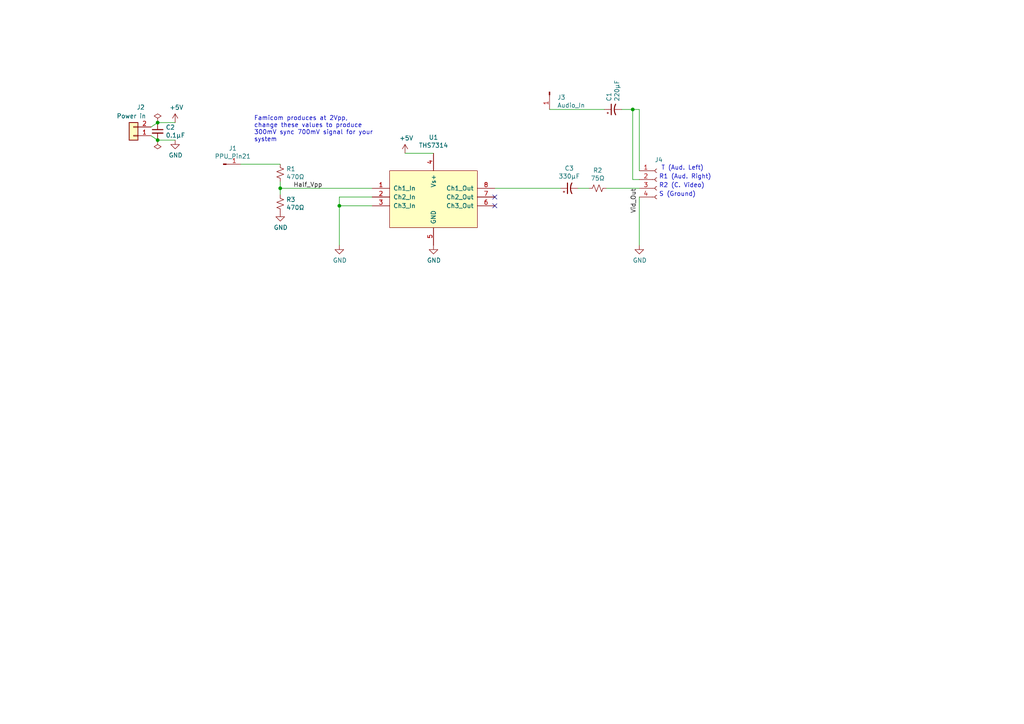
<source format=kicad_sch>
(kicad_sch (version 20230121) (generator eeschema)
  (paper "A4")
  (lib_symbols
    (symbol "Connector:Conn_01x01_Pin" (pin_names (offset 1.016) hide)
      (property "Reference" "J" (at 0 2.54 0))
      (property "Value" "Conn_01x01_Pin" (at 0 -2.54 0))
      (symbol "Conn_01x01_Pin_1_1"
        (polyline (pts (xy 1.27 0) (xy 0.8636 0)) (stroke (width 0.1524)))
        (rectangle (start 0.8636 0.127) (end 0 -0.127) (stroke (width 0.1524)) (fill (type outline)))
        (pin passive line (at 5.08 0 180) (length 3.81) (name "Pin_1") (number "1"))
      )
    )
    (symbol "Connector:Conn_01x04_Socket" (pin_names (offset 1.016) hide)
      (property "Reference" "J" (at 0 5.08 0))
      (property "Value" "Conn_01x04_Socket" (at 0 -7.62 0))
      (symbol "Conn_01x04_Socket_1_1"
        (arc (start 0 -4.572) (mid -0.5058 -5.08) (end 0 -5.588) (stroke (width 0.1524)))
        (arc (start 0 -2.032) (mid -0.5058 -2.54) (end 0 -3.048) (stroke (width 0.1524)))
        (polyline (pts (xy -1.27 -5.08) (xy -0.508 -5.08)) (stroke (width 0.1524)))
        (polyline (pts (xy -1.27 -2.54) (xy -0.508 -2.54)) (stroke (width 0.1524)))
        (polyline (pts (xy -1.27 0) (xy -0.508 0)) (stroke (width 0.1524)))
        (polyline (pts (xy -1.27 2.54) (xy -0.508 2.54)) (stroke (width 0.1524)))
        (arc (start 0 0.508) (mid -0.5058 0) (end 0 -0.508) (stroke (width 0.1524)))
        (arc (start 0 3.048) (mid -0.5058 2.54) (end 0 2.032) (stroke (width 0.1524)))
        (pin passive line (at -5.08 2.54 0) (length 3.81) (name "Pin_1") (number "1"))
        (pin passive line (at -5.08 0 0) (length 3.81) (name "Pin_2") (number "2"))
        (pin passive line (at -5.08 -2.54 0) (length 3.81) (name "Pin_3") (number "3"))
        (pin passive line (at -5.08 -5.08 0) (length 3.81) (name "Pin_4") (number "4"))
      )
    )
    (symbol "Connector_Generic:Conn_01x02" (pin_names (offset 1.016) hide)
      (property "Reference" "J" (at 0 2.54 0))
      (property "Value" "Conn_01x02" (at 0 -5.08 0))
      (symbol "Conn_01x02_1_1"
        (rectangle (start -1.27 -2.413) (end 0 -2.667) (stroke (width 0.1524)))
        (rectangle (start -1.27 0.127) (end 0 -0.127) (stroke (width 0.1524)))
        (rectangle (start -1.27 1.27) (end 1.27 -3.81) (stroke (width 0.254)) (fill (type background)))
        (pin passive line (at -5.08 0 0) (length 3.81) (name "Pin_1") (number "1"))
        (pin passive line (at -5.08 -2.54 0) (length 3.81) (name "Pin_2") (number "2"))
      )
    )
    (symbol "Device:C_Polarized_Small_US" (pin_numbers hide) (pin_names (offset 0.254) hide)
      (property "Reference" "C" (at 0.254 1.778 0))
      (property "Value" "C_Polarized_Small_US" (at 0.254 -2.032 0))
      (symbol "C_Polarized_Small_US_0_1"
        (polyline (pts (xy -1.524 0.508) (xy 1.524 0.508)) (stroke (width 0.3048)))
        (polyline (pts (xy -1.27 1.524) (xy -0.762 1.524)))
        (polyline (pts (xy -1.016 1.27) (xy -1.016 1.778)))
        (arc (start 1.524 -0.762) (mid 0 -0.3734) (end -1.524 -0.762) (stroke (width 0.3048)))
      )
      (symbol "C_Polarized_Small_US_1_1"
        (pin passive line (at 0 2.54 270) (length 2.032) (name "~") (number "1"))
        (pin passive line (at 0 -2.54 90) (length 2.032) (name "~") (number "2"))
      )
    )
    (symbol "Device:C_Small" (pin_numbers hide) (pin_names (offset 0.254) hide)
      (property "Reference" "C" (at 0.254 1.778 0))
      (property "Value" "C_Small" (at 0.254 -2.032 0))
      (symbol "C_Small_0_1"
        (polyline (pts (xy -1.524 -0.508) (xy 1.524 -0.508)) (stroke (width 0.3302)))
        (polyline (pts (xy -1.524 0.508) (xy 1.524 0.508)) (stroke (width 0.3048)))
      )
      (symbol "C_Small_1_1"
        (pin passive line (at 0 2.54 270) (length 2.032) (name "~") (number "1"))
        (pin passive line (at 0 -2.54 90) (length 2.032) (name "~") (number "2"))
      )
    )
    (symbol "Device:R_Small_US" (pin_numbers hide) (pin_names (offset 0.254) hide)
      (property "Reference" "R" (at 0.762 0.508 0))
      (property "Value" "R_Small_US" (at 0.762 -1.016 0))
      (symbol "R_Small_US_1_1"
        (polyline (pts (xy 0 0) (xy 1.016 -0.381) (xy 0 -0.762) (xy -1.016 -1.143) (xy 0 -1.524)))
        (polyline (pts (xy 0 1.524) (xy 1.016 1.143) (xy 0 0.762) (xy -1.016 0.381) (xy 0 0)))
        (pin passive line (at 0 2.54 270) (length 1.016) (name "~") (number "1"))
        (pin passive line (at 0 -2.54 90) (length 1.016) (name "~") (number "2"))
      )
    )
    (symbol "THS7314:THS7314" (pin_names (offset 1.016))
      (property "Reference" "U" (at 0 19.05 0))
      (property "Value" "THS7314" (at 0 16.51 0))
      (symbol "THS7314_0_1"
        (rectangle (start -12.7 7.62) (end 12.7 -8.89) (fill (type background)))
      )
      (symbol "THS7314_1_1"
        (pin input line (at -17.78 2.54 0) (length 5.08) (name "Ch1_In") (number "1"))
        (pin input line (at -17.78 0 0) (length 5.08) (name "Ch2_In") (number "2"))
        (pin input line (at -17.78 -2.54 0) (length 5.08) (name "Ch3_In") (number "3"))
        (pin power_in line (at 0 12.7 270) (length 5.08) (name "Vs+") (number "4"))
        (pin power_in line (at 0 -13.97 90) (length 5.08) (name "GND") (number "5"))
        (pin output line (at 17.78 -2.54 180) (length 5.08) (name "Ch3_Out") (number "6"))
        (pin output line (at 17.78 0 180) (length 5.08) (name "Ch2_Out") (number "7"))
        (pin output line (at 17.78 2.54 180) (length 5.08) (name "Ch1_Out") (number "8"))
      )
    )
    (symbol "power:+5V" (power) (pin_names (offset 0))
      (property "Value" "+5V" (at 0 3.556 0))
      (symbol "+5V_0_1"
        (polyline (pts (xy -0.762 1.27) (xy 0 2.54)))
        (polyline (pts (xy 0 0) (xy 0 2.54)))
        (polyline (pts (xy 0 2.54) (xy 0.762 1.27)))
      )
      (symbol "+5V_1_1"
        (pin power_in line (at 0 0 90) (length 0) hide (name "+5V") (number "1"))
      )
    )
    (symbol "power:GND" (power) (pin_names (offset 0))
      (property "Value" "GND" (at 0 -3.81 0))
      (symbol "GND_0_1"
        (polyline (pts (xy 0 0) (xy 0 -1.27) (xy 1.27 -1.27) (xy 0 -2.54) (xy -1.27 -1.27) (xy 0 -1.27)))
      )
      (symbol "GND_1_1"
        (pin power_in line (at 0 0 270) (length 0) hide (name "GND") (number "1"))
      )
    )
    (symbol "power:PWR_FLAG" (power) (pin_numbers hide) (pin_names (offset 0) hide)
      (property "Value" "PWR_FLAG" (at 0 3.81 0))
      (symbol "PWR_FLAG_0_0"
        (pin power_out line (at 0 0 90) (length 0) (name "pwr") (number "1"))
      )
      (symbol "PWR_FLAG_0_1"
        (polyline (pts (xy 0 0) (xy 0 1.27) (xy -1.016 1.905) (xy 0 2.54) (xy 1.016 1.905) (xy 0 1.27)))
      )
    )
  )
  (junction (at 45.72 35.56))
  (junction (at 45.72 40.64))
  (junction (at 98.425 59.69))
  (junction (at 183.515 31.75))
  (junction (at 81.28 54.61))
  (no_connect (at 143.51 59.69))
  (no_connect (at 143.51 57.15))
  (wire (pts (xy 107.95 57.15) (xy 98.425 57.15)))
  (wire (pts (xy 45.72 35.56) (xy 50.8 35.56)))
  (wire (pts (xy 180.34 31.75) (xy 183.515 31.75)))
  (wire (pts (xy 81.28 54.61) (xy 81.28 52.705)))
  (wire (pts (xy 107.95 59.69) (xy 98.425 59.69)))
  (wire (pts (xy 43.815 39.37) (xy 45.72 40.64)))
  (wire (pts (xy 43.815 36.83) (xy 45.72 35.56)))
  (wire (pts (xy 183.515 31.75) (xy 183.515 52.07)))
  (wire (pts (xy 175.895 54.61) (xy 185.42 54.61)))
  (wire (pts (xy 143.51 54.61) (xy 162.56 54.61)))
  (wire (pts (xy 185.42 31.75) (xy 185.42 49.53)))
  (wire (pts (xy 185.42 52.07) (xy 183.515 52.07)))
  (wire (pts (xy 98.425 59.69) (xy 98.425 71.12)))
  (wire (pts (xy 81.28 54.61) (xy 107.95 54.61)))
  (wire (pts (xy 69.85 47.625) (xy 81.28 47.625)))
  (wire (pts (xy 117.475 44.45) (xy 125.73 44.45)))
  (wire (pts (xy 167.64 54.61) (xy 170.815 54.61)))
  (wire (pts (xy 185.42 57.15) (xy 185.42 71.12)))
  (wire (pts (xy 183.515 31.75) (xy 185.42 31.75)))
  (wire (pts (xy 159.385 31.75) (xy 175.26 31.75)))
  (wire (pts (xy 81.28 54.61) (xy 81.28 56.515)))
  (wire (pts (xy 98.425 57.15) (xy 98.425 59.69)))
  (wire (pts (xy 50.8 40.64) (xy 45.72 40.64)))
  (text "Famicom produces at 2Vpp,\nchange these values to produce\n300mV sync 700mV signal for your\nsystem" (at 73.66 41.275 0) (effects (font (size 1.27 1.27)) (justify left bottom)))
  (text "R2 (C. Video)" (at 191.135 54.61 0) (effects (font (size 1.27 1.27)) (justify left bottom)))
  (text "T (Aud. Left)" (at 191.77 49.53 0) (effects (font (size 1.27 1.27)) (justify left bottom)))
  (text "S (Ground)" (at 191.135 57.15 0) (effects (font (size 1.27 1.27)) (justify left bottom)))
  (text "R1 (Aud. Right)" (at 191.135 52.07 0) (effects (font (size 1.27 1.27)) (justify left bottom)))
  (label "Half_Vpp" (at 85.09 54.61 0))
  (label "Vid_Out" (at 184.785 54.61 270))
  (symbol (lib_id "Connector:Conn_01x01_Pin") (at 64.77 47.625 0) (unit 1)
    (property "Reference" "J1" (at 67.5132 43.0276 0))
    (property "Value" "PPU_Pin21" (at 67.5132 45.339 0))
    (property "Footprint" "Pin_Headers:Pin_Header_Straight_1x01_Pitch2.54mm" (effects hide))
  )
  (symbol (lib_id "Connector:Conn_01x04_Socket") (at 190.5 52.07 0) (unit 1)
    (property "Reference" "J4" (at 189.865 46.355 0) (effects (justify left)))
    (property "Value" "Conn_01x04_Female" (effects hide))
    (property "Footprint" "Pin_Headers:Pin_Header_Straight_1x04_Pitch2.54mm" (effects hide))
  )
  (symbol (lib_id "power:GND") (at 185.42 71.12 0) (unit 1)
    (property "Reference" "#PWR0105" (effects hide))
    (property "Value" "GND" (at 185.547 75.5142 0))
  )
  (symbol (lib_id "Connector:Conn_01x01_Pin") (at 159.385 26.67 90) (mirror x) (unit 1)
    (property "Reference" "J3" (at 161.6202 28.2448 90) (effects (justify right)))
    (property "Value" "Audio_In" (at 161.6202 30.5562 90) (effects (justify right)))
    (property "Footprint" "Pin_Headers:Pin_Header_Straight_1x01_Pitch2.54mm" (effects hide))
  )
  (symbol (lib_id "Device:C_Small") (at 45.72 38.1 0) (unit 1)
    (property "Reference" "C2" (at 48.0568 36.9316 0) (effects (justify left)))
    (property "Value" "0.1µF" (at 48.0568 39.243 0) (effects (justify left)))
    (property "Footprint" "Capacitors_SMD:C_0805_HandSoldering" (effects hide))
  )
  (symbol (lib_id "Connector_Generic:Conn_01x02") (at 38.735 39.37 180) (unit 1)
    (property "Reference" "J2" (at 40.8178 31.115 0))
    (property "Value" "Power in" (at 38.1 33.655 0))
    (property "Footprint" "Pin_Headers:Pin_Header_Straight_1x02_Pitch2.54mm" (effects hide))
  )
  (symbol (lib_id "power:PWR_FLAG") (at 45.72 40.64 180) (unit 1)
    (property "Reference" "#FLG0101" (effects hide))
    (property "Value" "PWR_FLAG" (effects hide))
  )
  (symbol (lib_id "power:PWR_FLAG") (at 45.72 35.56 0) (unit 1)
    (property "Reference" "#FLG0102" (effects hide))
    (property "Value" "PWR_FLAG" (effects hide))
  )
  (symbol (lib_id "power:+5V") (at 50.8 35.56 0) (unit 1)
    (property "Reference" "#PWR0106" (effects hide))
    (property "Value" "+5V" (at 51.181 31.1658 0))
  )
  (symbol (lib_id "power:GND") (at 50.8 40.64 0) (unit 1)
    (property "Reference" "#PWR0107" (effects hide))
    (property "Value" "GND" (at 50.927 45.0342 0))
  )
  (symbol (lib_id "THS7314:THS7314") (at 125.73 57.15 0) (unit 1)
    (property "Reference" "U1" (at 125.73 39.8526 0))
    (property "Value" "THS7314" (at 125.73 42.164 0))
    (property "Footprint" "Housings_SOIC:SOIC-8_3.9x4.9mm_Pitch1.27mm" (effects hide))
    (property "Datasheet" "https://www.ti.com/lit/ds/symlink/ths7314.pdf?ts=1591580762893&ref_url=https://www.ti.com/product/THS7314" (effects hide))
  )
  (symbol (lib_id "power:+5V") (at 117.475 44.45 0) (unit 1)
    (property "Reference" "#PWR0101" (effects hide))
    (property "Value" "+5V" (at 117.856 40.0558 0))
  )
  (symbol (lib_id "power:GND") (at 125.73 71.12 0) (unit 1)
    (property "Reference" "#PWR0102" (effects hide))
    (property "Value" "GND" (at 125.857 75.5142 0))
  )
  (symbol (lib_id "Device:R_Small_US") (at 173.355 54.61 270) (unit 1)
    (property "Reference" "R2" (at 173.355 49.403 90))
    (property "Value" "75Ω" (at 173.355 51.7144 90))
    (property "Footprint" "Resistors_SMD:R_0805_HandSoldering" (effects hide))
  )
  (symbol (lib_id "Device:C_Polarized_Small_US") (at 177.8 31.75 90) (unit 1)
    (property "Reference" "C1" (at 176.6316 29.4386 0) (effects (justify left)))
    (property "Value" "220µF" (at 178.943 29.4386 0) (effects (justify left)))
    (property "Footprint" "Capacitors_ThroughHole:CP_Radial_D6.3mm_P2.50mm" (effects hide))
  )
  (symbol (lib_id "Device:C_Polarized_Small_US") (at 165.1 54.61 90) (unit 1)
    (property "Reference" "C3" (at 165.1 48.8188 90))
    (property "Value" "330µF" (at 165.1 51.1302 90))
    (property "Footprint" "Capacitors_ThroughHole:CP_Radial_D6.3mm_P2.50mm" (effects hide))
  )
  (symbol (lib_id "power:GND") (at 98.425 71.12 0) (unit 1)
    (property "Reference" "#PWR01" (effects hide))
    (property "Value" "GND" (at 98.552 75.5142 0))
  )
  (symbol (lib_id "Device:R_Small_US") (at 81.28 50.165 0) (unit 1)
    (property "Reference" "R1" (at 83.0072 48.9966 0) (effects (justify left)))
    (property "Value" "470Ω" (at 83.0072 51.308 0) (effects (justify left)))
    (property "Footprint" "Resistors_SMD:R_0805_HandSoldering" (effects hide))
  )
  (symbol (lib_id "Device:R_Small_US") (at 81.28 59.055 0) (unit 1)
    (property "Reference" "R3" (at 83.0072 57.8866 0) (effects (justify left)))
    (property "Value" "470Ω" (at 83.0072 60.198 0) (effects (justify left)))
    (property "Footprint" "Resistors_SMD:R_0805_HandSoldering" (effects hide))
  )
  (symbol (lib_id "power:GND") (at 81.28 61.595 0) (unit 1)
    (property "Reference" "#PWR0103" (effects hide))
    (property "Value" "GND" (at 81.407 65.9892 0))
  )
)
</source>
